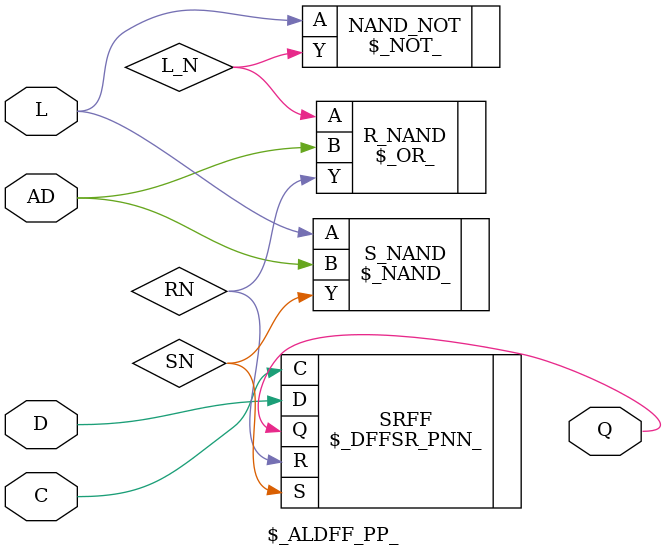
<source format=v>

module \$_ALDFF_PN_ (D, C, L, AD, Q);
input D, C, L, AD;
output reg Q;

wire RN, SN;
wire L_N;

\$_OR_ R_NAND ( .Y(RN), .A(L), .B(AD) );
\$_NOT_ NAND_NOT ( .A(L), .Y(L_N));
\$_NAND_ S_NAND ( .Y(SN), .A(L_N), .B(AD) );

\$_DFFSR_PNN_ SRFF (.C(C), 
    .S(SN), 
    .R(RN), 
    .D(D), 
    .Q(Q)
);

endmodule

module \$_ALDFF_PP_ (D, C, L, AD, Q);
input D, C, L, AD;
output reg Q;

wire RN, SN;
wire L_N;

\$_OR_ R_NAND ( .Y(RN), .A(L_N), .B(AD) );
\$_NOT_ NAND_NOT ( .A(L), .Y(L_N));
\$_NAND_ S_NAND ( .Y(SN), .A(L), .B(AD) );

\$_DFFSR_PNN_ SRFF (.C(C), 
    .S(SN), 
    .R(RN), 
    .D(D), 
    .Q(Q)
);

endmodule
</source>
